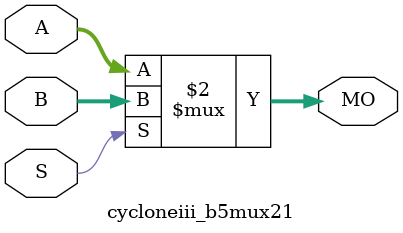
<source format=v>
module cycloneiii_b5mux21 (MO, A, B, S);
   input [4:0] A, B;
   input       S;
   output [4:0] MO; 
   assign MO = (S == 1) ? B : A; 
endmodule
</source>
